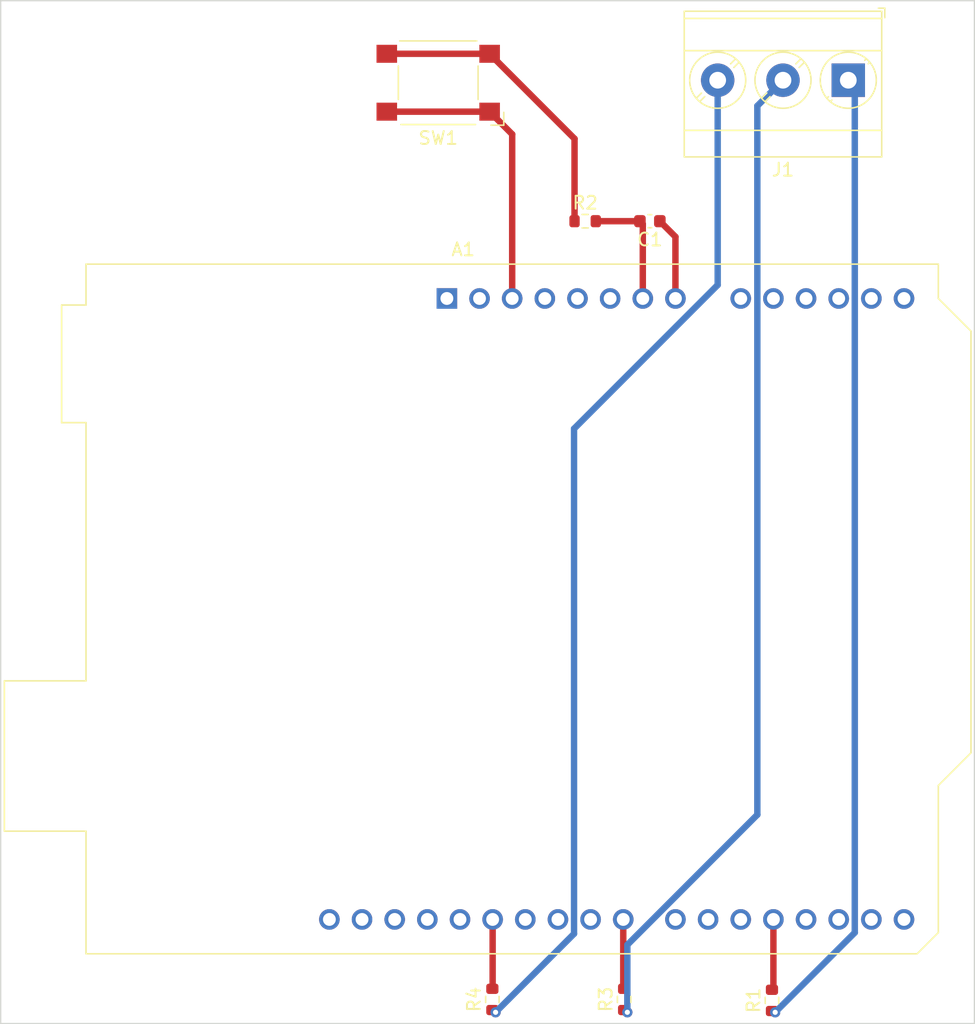
<source format=kicad_pcb>
(kicad_pcb (version 20221018) (generator pcbnew)
  (layers (0 "F.Cu" signal) (31 "B.Cu" signal) (34 "B.Paste" user) (35 "F.Paste" user) (36 "B.SilkS" user "B.Silkscreen") (37 "F.SilkS" user "F.Silkscreen") (38 "B.Mask" user) (39 "F.Mask" user) (44 "Edge.Cuts" user))
  (net 0 "")
  (net 1 "Net-(J1-Pin_1)")
  (net 2 "Net-(J1-Pin_2)")
  (net 3 "Net-(J1-Pin_3)")
  (net 4 "Net-(A1-D4)")
  (net 5 "Net-(R2-Pad1)")
  (net 6 "GND")
  (net 7 "Net-(A1-D8)")
  (net 8 "Net-(A1-D12)")
  (net 11 "Net-(A1-~{RESET})")
  (net 12 "+3V3")
  (net 13 "+5V")
  (net 14 "VBUS")
  (footprint "Module:Arduino_UNO_R3" (layer "F.Cu") (at 140.712402 72.772273)
    (fp_text reference "A1" (at 1.27 -3.81 180) (layer "F.SilkS"))
    (fp_text value "Arduino_UNO_R3")
    (fp_line (start -34.42 29.72) (end -34.42 41.4) (stroke (width 0.12)) (layer "F.SilkS"))
    (fp_line (start -34.42 41.4) (end -28.07 41.4) (stroke (width 0.12)) (layer "F.SilkS"))
    (fp_line (start -29.97 0.51) (end -29.97 9.65) (stroke (width 0.12)) (layer "F.SilkS"))
    (fp_line (start -29.97 9.65) (end -28.07 9.65) (stroke (width 0.12)) (layer "F.SilkS"))
    (fp_line (start -28.07 -2.67) (end -28.07 0.51) (stroke (width 0.12)) (layer "F.SilkS"))
    (fp_line (start -28.07 0.51) (end -29.97 0.51) (stroke (width 0.12)) (layer "F.SilkS"))
    (fp_line (start -28.07 9.65) (end -28.07 29.72) (stroke (width 0.12)) (layer "F.SilkS"))
    (fp_line (start -28.07 29.72) (end -34.42 29.72) (stroke (width 0.12)) (layer "F.SilkS"))
    (fp_line (start -28.07 41.4) (end -28.07 50.93) (stroke (width 0.12)) (layer "F.SilkS"))
    (fp_line (start -28.07 50.93) (end 36.58 50.93) (stroke (width 0.12)) (layer "F.SilkS"))
    (fp_line (start 36.58 50.93) (end 38.23 49.28) (stroke (width 0.12)) (layer "F.SilkS"))
    (fp_line (start 38.23 -2.67) (end -28.07 -2.67) (stroke (width 0.12)) (layer "F.SilkS"))
    (fp_line (start 38.23 0) (end 38.23 -2.67) (stroke (width 0.12)) (layer "F.SilkS"))
    (fp_line (start 38.23 37.85) (end 40.77 35.31) (stroke (width 0.12)) (layer "F.SilkS"))
    (fp_line (start 38.23 49.28) (end 38.23 37.85) (stroke (width 0.12)) (layer "F.SilkS"))
    (fp_line (start 40.77 2.54) (end 38.23 0) (stroke (width 0.12)) (layer "F.SilkS"))
    (fp_line (start 40.77 35.31) (end 40.77 2.54) (stroke (width 0.12)) (layer "F.SilkS"))
    (pad "1" thru_hole rect (at 0 0 90) (size 1.6 1.6) (drill 1) (layers "*.Cu" "*.Mask"))
    (pad "2" thru_hole oval (at 2.54 0 90) (size 1.6 1.6) (drill 1) (layers "*.Cu" "*.Mask"))
    (pad "3" thru_hole oval (at 5.08 0 90) (size 1.6 1.6) (drill 1) (layers "*.Cu" "*.Mask") (net 11 "Net-(A1-~{RESET})"))
    (pad "4" thru_hole oval (at 7.62 0 90) (size 1.6 1.6) (drill 1) (layers "*.Cu" "*.Mask") (net 12 "+3V3"))
    (pad "5" thru_hole oval (at 10.16 0 90) (size 1.6 1.6) (drill 1) (layers "*.Cu" "*.Mask") (net 13 "+5V"))
    (pad "6" thru_hole oval (at 12.7 0 90) (size 1.6 1.6) (drill 1) (layers "*.Cu" "*.Mask") (net 6 "GND"))
    (pad "7" thru_hole oval (at 15.24 0 90) (size 1.6 1.6) (drill 1) (layers "*.Cu" "*.Mask") (net 6 "GND"))
    (pad "8" thru_hole oval (at 17.78 0 90) (size 1.6 1.6) (drill 1) (layers "*.Cu" "*.Mask") (net 14 "VBUS"))
    (pad "9" thru_hole oval (at 22.86 0 90) (size 1.6 1.6) (drill 1) (layers "*.Cu" "*.Mask"))
    (pad "10" thru_hole oval (at 25.4 0 90) (size 1.6 1.6) (drill 1) (layers "*.Cu" "*.Mask"))
    (pad "11" thru_hole oval (at 27.94 0 90) (size 1.6 1.6) (drill 1) (layers "*.Cu" "*.Mask"))
    (pad "12" thru_hole oval (at 30.48 0 90) (size 1.6 1.6) (drill 1) (layers "*.Cu" "*.Mask"))
    (pad "13" thru_hole oval (at 33.02 0 90) (size 1.6 1.6) (drill 1) (layers "*.Cu" "*.Mask"))
    (pad "14" thru_hole oval (at 35.56 0 90) (size 1.6 1.6) (drill 1) (layers "*.Cu" "*.Mask"))
    (pad "15" thru_hole oval (at 35.56 48.26 90) (size 1.6 1.6) (drill 1) (layers "*.Cu" "*.Mask"))
    (pad "16" thru_hole oval (at 33.02 48.26 90) (size 1.6 1.6) (drill 1) (layers "*.Cu" "*.Mask"))
    (pad "17" thru_hole oval (at 30.48 48.26 90) (size 1.6 1.6) (drill 1) (layers "*.Cu" "*.Mask"))
    (pad "18" thru_hole oval (at 27.94 48.26 90) (size 1.6 1.6) (drill 1) (layers "*.Cu" "*.Mask"))
    (pad "19" thru_hole oval (at 25.4 48.26 90) (size 1.6 1.6) (drill 1) (layers "*.Cu" "*.Mask") (net 4 "Net-(A1-D4)"))
    (pad "20" thru_hole oval (at 22.86 48.26 90) (size 1.6 1.6) (drill 1) (layers "*.Cu" "*.Mask"))
    (pad "21" thru_hole oval (at 20.32 48.26 90) (size 1.6 1.6) (drill 1) (layers "*.Cu" "*.Mask"))
    (pad "22" thru_hole oval (at 17.78 48.26 90) (size 1.6 1.6) (drill 1) (layers "*.Cu" "*.Mask"))
    (pad "23" thru_hole oval (at 13.72 48.26 90) (size 1.6 1.6) (drill 1) (layers "*.Cu" "*.Mask") (net 7 "Net-(A1-D8)"))
    (pad "24" thru_hole oval (at 11.18 48.26 90) (size 1.6 1.6) (drill 1) (layers "*.Cu" "*.Mask"))
    (pad "25" thru_hole oval (at 8.64 48.26 90) (size 1.6 1.6) (drill 1) (layers "*.Cu" "*.Mask"))
    (pad "26" thru_hole oval (at 6.1 48.26 90) (size 1.6 1.6) (drill 1) (layers "*.Cu" "*.Mask"))
    (pad "27" thru_hole oval (at 3.56 48.26 90) (size 1.6 1.6) (drill 1) (layers "*.Cu" "*.Mask") (net 8 "Net-(A1-D12)"))
    (pad "28" thru_hole oval (at 1.02 48.26 90) (size 1.6 1.6) (drill 1) (layers "*.Cu" "*.Mask"))
    (pad "29" thru_hole oval (at -1.52 48.26 90) (size 1.6 1.6) (drill 1) (layers "*.Cu" "*.Mask") (net 6 "GND"))
    (pad "30" thru_hole oval (at -4.06 48.26 90) (size 1.6 1.6) (drill 1) (layers "*.Cu" "*.Mask"))
    (pad "31" thru_hole oval (at -6.6 48.26 90) (size 1.6 1.6) (drill 1) (layers "*.Cu" "*.Mask"))
    (pad "32" thru_hole oval (at -9.14 48.26 90) (size 1.6 1.6) (drill 1) (layers "*.Cu" "*.Mask"))
  )
  (footprint "Resistor_SMD:R_0603_1608Metric" (layer "F.Cu") (at 144.25 127.25 90)
    (fp_text reference "R4" (at 0 -1.43 90) (layer "F.SilkS"))
    (fp_text value "R")
    (fp_line (start -0.237258 -0.5225) (end 0.237258 -0.5225) (stroke (width 0.12)) (layer "F.SilkS"))
    (fp_line (start -0.237258 0.5225) (end 0.237258 0.5225) (stroke (width 0.12)) (layer "F.SilkS"))
    (pad "1" smd roundrect (at -0.825 0 90) (size 0.8 0.95) (layers "F.Cu" "F.Paste" "F.Mask") (net 3 "Net-(J1-Pin_3)"))
    (pad "2" smd roundrect (at 0.825 0 90) (size 0.8 0.95) (layers "F.Cu" "F.Paste" "F.Mask") (net 8 "Net-(A1-D12)"))
  )
  (footprint "Resistor_SMD:R_0603_1608Metric" (layer "F.Cu") (at 166 127.325 90)
    (fp_text reference "R1" (at 0 -1.43 90) (layer "F.SilkS"))
    (fp_text value "R")
    (fp_line (start -0.237258 -0.5225) (end 0.237258 -0.5225) (stroke (width 0.12)) (layer "F.SilkS"))
    (fp_line (start -0.237258 0.5225) (end 0.237258 0.5225) (stroke (width 0.12)) (layer "F.SilkS"))
    (pad "1" smd roundrect (at -0.825 0 90) (size 0.8 0.95) (layers "F.Cu" "F.Paste" "F.Mask") (net 1 "Net-(J1-Pin_1)"))
    (pad "2" smd roundrect (at 0.825 0 90) (size 0.8 0.95) (layers "F.Cu" "F.Paste" "F.Mask") (net 4 "Net-(A1-D4)"))
  )
  (footprint "Capacitor_SMD:C_0603_1608Metric" (layer "F.Cu") (at 156.503726 66.76579 180)
    (fp_text reference "C1" (at 0 -1.43) (layer "F.SilkS"))
    (fp_text value "10u")
    (fp_line (start -0.14058 -0.51) (end 0.14058 -0.51) (stroke (width 0.12)) (layer "F.SilkS"))
    (fp_line (start -0.14058 0.51) (end 0.14058 0.51) (stroke (width 0.12)) (layer "F.SilkS"))
    (pad "1" smd roundrect (at -0.775 0 180) (size 0.9 0.95) (layers "F.Cu" "F.Paste" "F.Mask") (net 14 "VBUS"))
    (pad "2" smd roundrect (at 0.775 0 180) (size 0.9 0.95) (layers "F.Cu" "F.Paste" "F.Mask") (net 6 "GND"))
  )
  (footprint "Button_Switch_SMD:SW_SPST_Omron_B3FS-100xP" (layer "F.Cu") (at 140.038955 56.004907 180)
    (fp_text reference "SW1" (at 0 -4.3) (layer "F.SilkS"))
    (fp_text value "SW_Omron_B3FS")
    (fp_line (start -5.1 -3.3) (end -4.1 -3.3) (stroke (width 0.12)) (layer "F.SilkS"))
    (fp_line (start -5.1 -2.3) (end -5.1 -3.3) (stroke (width 0.12)) (layer "F.SilkS"))
    (fp_line (start -3.1 -1.3) (end -3.1 1.3) (stroke (width 0.12)) (layer "F.SilkS"))
    (fp_line (start 2.9 -3.25) (end -2.9 -3.25) (stroke (width 0.12)) (layer "F.SilkS"))
    (fp_line (start 3 3.25) (end -3 3.25) (stroke (width 0.12)) (layer "F.SilkS"))
    (fp_line (start 3.1 -1.3) (end 3.1 1.3) (stroke (width 0.12)) (layer "F.SilkS"))
    (pad "1" smd rect (at -4 -2.25) (size 1.6 1.4) (layers "F.Cu" "F.Paste" "F.Mask") (net 11 "Net-(A1-~{RESET})"))
    (pad "1" smd rect (at 4 -2.25) (size 1.6 1.4) (layers "F.Cu" "F.Paste" "F.Mask") (net 11 "Net-(A1-~{RESET})"))
    (pad "2" smd rect (at -4 2.25) (size 1.6 1.4) (layers "F.Cu" "F.Paste" "F.Mask") (net 5 "Net-(R2-Pad1)"))
    (pad "2" smd rect (at 4 2.25) (size 1.6 1.4) (layers "F.Cu" "F.Paste" "F.Mask") (net 5 "Net-(R2-Pad1)"))
  )
  (footprint "TerminalBlock_Phoenix:TerminalBlock_Phoenix_MKDS-3-3-5.08_1x03_P5.08mm_Horizontal" (layer "F.Cu") (at 171.938281 55.809201 180)
    (fp_text reference "J1" (at 5.08 -6.96) (layer "F.SilkS"))
    (fp_text value "Screw_Terminal_01x03")
    (fp_line (start -2.84 4.86) (end -2.84 5.6) (stroke (width 0.12)) (layer "F.SilkS"))
    (fp_line (start -2.84 5.6) (end -2.34 5.6) (stroke (width 0.12)) (layer "F.SilkS"))
    (fp_line (start -2.6 -5.96) (end -2.6 5.36) (stroke (width 0.12)) (layer "F.SilkS"))
    (fp_line (start -2.6 -5.96) (end 12.76 -5.96) (stroke (width 0.12)) (layer "F.SilkS"))
    (fp_line (start -2.6 -3.9) (end 12.76 -3.9) (stroke (width 0.12)) (layer "F.SilkS"))
    (fp_line (start -2.6 2.3) (end 12.76 2.3) (stroke (width 0.12)) (layer "F.SilkS"))
    (fp_line (start -2.6 4.8) (end 12.76 4.8) (stroke (width 0.12)) (layer "F.SilkS"))
    (fp_line (start -2.6 5.36) (end 12.76 5.36) (stroke (width 0.12)) (layer "F.SilkS"))
    (fp_line (start -1.548 1.281) (end -1.654 1.388) (stroke (width 0.12)) (layer "F.SilkS"))
    (fp_line (start -1.282 1.547) (end -1.388 1.654) (stroke (width 0.12)) (layer "F.SilkS"))
    (fp_line (start 1.388 -1.654) (end 1.281 -1.547) (stroke (width 0.12)) (layer "F.SilkS"))
    (fp_line (start 1.654 -1.388) (end 1.547 -1.281) (stroke (width 0.12)) (layer "F.SilkS"))
    (fp_line (start 3.822 0.992) (end 3.427 1.388) (stroke (width 0.12)) (layer "F.SilkS"))
    (fp_line (start 4.073 1.274) (end 3.693 1.654) (stroke (width 0.12)) (layer "F.SilkS"))
    (fp_line (start 6.468 -1.654) (end 6.088 -1.274) (stroke (width 0.12)) (layer "F.SilkS"))
    (fp_line (start 6.734 -1.388) (end 6.339 -0.992) (stroke (width 0.12)) (layer "F.SilkS"))
    (fp_line (start 8.902 0.992) (end 8.507 1.388) (stroke (width 0.12)) (layer "F.SilkS"))
    (fp_line (start 9.153 1.274) (end 8.773 1.654) (stroke (width 0.12)) (layer "F.SilkS"))
    (fp_line (start 11.548 -1.654) (end 11.168 -1.274) (stroke (width 0.12)) (layer "F.SilkS"))
    (fp_line (start 11.814 -1.388) (end 11.419 -0.992) (stroke (width 0.12)) (layer "F.SilkS"))
    (fp_line (start 12.76 -5.96) (end 12.76 5.36) (stroke (width 0.12)) (layer "F.SilkS"))
    (fp_circle (center 0 0) (end 2.18 0) (stroke (width 0.12)) (fill none) (layer "F.SilkS"))
    (fp_circle (center 5.08 0) (end 7.26 0) (stroke (width 0.12)) (fill none) (layer "F.SilkS"))
    (fp_circle (center 10.16 0) (end 12.34 0) (stroke (width 0.12)) (fill none) (layer "F.SilkS"))
    (pad "1" thru_hole rect (at 0 0 180) (size 2.6 2.6) (drill 1.3) (layers "*.Cu" "*.Mask") (net 1 "Net-(J1-Pin_1)"))
    (pad "2" thru_hole circle (at 5.08 0 180) (size 2.6 2.6) (drill 1.3) (layers "*.Cu" "*.Mask") (net 2 "Net-(J1-Pin_2)"))
    (pad "3" thru_hole circle (at 10.16 0 180) (size 2.6 2.6) (drill 1.3) (layers "*.Cu" "*.Mask") (net 3 "Net-(J1-Pin_3)"))
  )
  (footprint "Resistor_SMD:R_0603_1608Metric" (layer "F.Cu") (at 154.5 127.25 90)
    (fp_text reference "R3" (at 0 -1.43 90) (layer "F.SilkS"))
    (fp_text value "R")
    (fp_line (start -0.237258 -0.5225) (end 0.237258 -0.5225) (stroke (width 0.12)) (layer "F.SilkS"))
    (fp_line (start -0.237258 0.5225) (end 0.237258 0.5225) (stroke (width 0.12)) (layer "F.SilkS"))
    (pad "1" smd roundrect (at -0.825 0 90) (size 0.8 0.95) (layers "F.Cu" "F.Paste" "F.Mask") (net 2 "Net-(J1-Pin_2)"))
    (pad "2" smd roundrect (at 0.825 0 90) (size 0.8 0.95) (layers "F.Cu" "F.Paste" "F.Mask") (net 7 "Net-(A1-D8)"))
  )
  (footprint "Resistor_SMD:R_0603_1608Metric" (layer "F.Cu") (at 151.468227 66.76579)
    (fp_text reference "R2" (at 0 -1.43) (layer "F.SilkS"))
    (fp_text value "100")
    (fp_line (start -0.237258 -0.5225) (end 0.237258 -0.5225) (stroke (width 0.12)) (layer "F.SilkS"))
    (fp_line (start -0.237258 0.5225) (end 0.237258 0.5225) (stroke (width 0.12)) (layer "F.SilkS"))
    (pad "1" smd roundrect (at -0.825 0) (size 0.8 0.95) (layers "F.Cu" "F.Paste" "F.Mask") (net 5 "Net-(R2-Pad1)"))
    (pad "2" smd roundrect (at 0.825 0) (size 0.8 0.95) (layers "F.Cu" "F.Paste" "F.Mask") (net 6 "GND"))
  )
  (gr_rect (start 106.000001 49.625) (end 181.75 129.125) (stroke (width 0.1)) (fill none) (layer "Edge.Cuts"))
  (segment (start 166 128.15) (end 166.15 128.15) (width 0.5) (layer "F.Cu") (net 1))
  (segment (start 166.15 128.15) (end 166.25 128.25) (width 0.5) (layer "F.Cu") (net 1))
  (via (at 166.25 128.25) (size 0.8) (drill 0.4) (layers "F.Cu" "B.Cu") (net 1))
  (segment (start 166.25 128.25) (end 172.442402 122.057598) (width 0.5) (layer "B.Cu") (net 1))
  (segment (start 172.442402 56.313322) (end 171.938281 55.809201) (width 0.5) (layer "B.Cu") (net 1))
  (segment (start 172.442402 122.057598) (end 172.442402 56.313322) (width 0.5) (layer "B.Cu") (net 1))
  (segment (start 154.5 128.075) (end 154.575 128.075) (width 0.5) (layer "F.Cu") (net 2))
  (segment (start 154.575 128.075) (end 154.75 128.25) (width 0.5) (layer "F.Cu") (net 2))
  (via (at 154.75 128.25) (size 0.8) (drill 0.4) (layers "F.Cu" "B.Cu") (net 2))
  (segment (start 164.862402 57.80508) (end 166.858281 55.809201) (width 0.5) (layer "B.Cu") (net 2))
  (segment (start 154.75 128.25) (end 154.75 123.006908) (width 0.5) (layer "B.Cu") (net 2))
  (segment (start 164.862402 112.894506) (end 164.862402 57.80508) (width 0.5) (layer "B.Cu") (net 2))
  (segment (start 154.75 123.006908) (end 164.862402 112.894506) (width 0.5) (layer "B.Cu") (net 2))
  (segment (start 144.25 128.075) (end 144.325 128.075) (width 0.5) (layer "F.Cu") (net 3))
  (segment (start 144.325 128.075) (end 144.5 128.25) (width 0.5) (layer "F.Cu") (net 3))
  (via (at 144.5 128.25) (size 0.8) (drill 0.4) (layers "F.Cu" "B.Cu") (net 3))
  (segment (start 144.5 128.25) (end 150.602402 122.147598) (width 0.5) (layer "B.Cu") (net 3))
  (segment (start 161.778281 71.721719) (end 161.778281 55.809201) (width 0.5) (layer "B.Cu") (net 3))
  (segment (start 150.602402 82.897598) (end 161.778281 71.721719) (width 0.5) (layer "B.Cu") (net 3))
  (segment (start 150.602402 122.147598) (end 150.602402 82.897598) (width 0.5) (layer "B.Cu") (net 3))
  (segment (start 166 126.5) (end 166.112402 126.387598) (width 0.5) (layer "F.Cu") (net 4))
  (segment (start 166.112402 126.387598) (end 166.112402 121.032273) (width 0.5) (layer "F.Cu") (net 4))
  (segment (start 136.038955 53.754907) (end 144.038955 53.754907) (width 0.5) (layer "F.Cu") (net 5))
  (segment (start 150.643227 60.359179) (end 150.643227 66.76579) (width 0.5) (layer "F.Cu") (net 5))
  (segment (start 144.038955 53.754907) (end 150.643227 60.359179) (width 0.5) (layer "F.Cu") (net 5))
  (segment (start 155.952402 66.989466) (end 155.728726 66.76579) (width 0.5) (layer "F.Cu") (net 6))
  (segment (start 152.293227 66.76579) (end 155.728726 66.76579) (width 0.5) (layer "F.Cu") (net 6))
  (segment (start 155.952402 72.772273) (end 155.952402 66.989466) (width 0.5) (layer "F.Cu") (net 6))
  (segment (start 154.5 126.425) (end 154.432402 126.357402) (width 0.5) (layer "F.Cu") (net 7))
  (segment (start 154.432402 126.357402) (end 154.432402 121.032273) (width 0.5) (layer "F.Cu") (net 7))
  (segment (start 144.25 126.425) (end 144.272402 126.402598) (width 0.5) (layer "F.Cu") (net 8))
  (segment (start 144.272402 126.402598) (end 144.272402 121.032273) (width 0.5) (layer "F.Cu") (net 8))
  (segment (start 136.038955 58.254907) (end 144.038955 58.254907) (width 0.5) (layer "F.Cu") (net 11))
  (segment (start 145.792402 60.008354) (end 144.038955 58.254907) (width 0.5) (layer "F.Cu") (net 11))
  (segment (start 145.792402 72.772273) (end 145.792402 60.008354) (width 0.5) (layer "F.Cu") (net 11))
  (segment (start 158.492402 72.772273) (end 158.492402 67.979466) (width 0.5) (layer "F.Cu") (net 14))
  (segment (start 158.492402 67.979466) (end 157.278726 66.76579) (width 0.5) (layer "F.Cu") (net 14))
)
</source>
